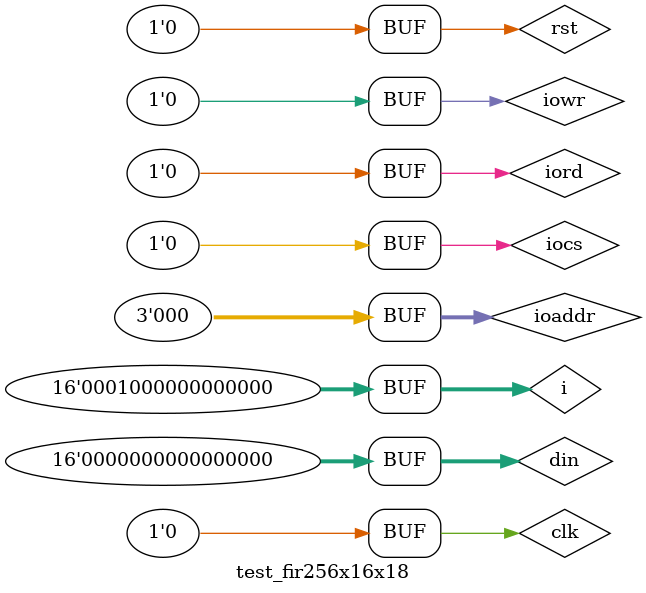
<source format=v>
`timescale 1ns / 1ps

module test_fir256x16x18;

	// Inputs
	reg [2:0] ioaddr;
	reg iocs;
	reg [15:0] din;
	reg iowr;
	reg iord;
	reg clk;
	reg rst;
	reg [15:0] i;

	// Outputs
	wire [15:0] dout;

	// Instantiate the Unit Under Test (UUT)
	fir256x16x18 uut (
		.ioaddr(ioaddr), 
		.iocs(iocs),
		.din(din), 
		.iowr(iowr), 
		.dout(dout), 
		.iord(iord),
		.clk(clk), 
		.rst(rst)
	);

	initial begin
		// Initialize Inputs
		ioaddr = 0;
		iocs = 0;
		din = 0;
		iowr = 0;
		iord = 0;
		clk = 0;
		rst = 0;
		i = 0;

		// Wait 100 ns for global reset to finish
		#100;
        
		// Reset
		#5 clk = 0; rst = 0;
		#5 clk = 1;
		repeat (16)
		begin
			#5 clk = 0; rst = 1;
			#5 clk = 1;
		end
		#5 clk = 0; rst = 0;
		#5 clk = 1;
		//		 15  14  13  12  11  10   9   8   7   6   5   4   3   2   1   0
		//		+---+---+---+---+---+---+---+---+---+---+---+---+---+---+---+---+
		//		|                             Data                              | 0
		//		+---+---+---+---+---+---+---+---+---+---+---+---+---+---+---+---+
		//		|                        LSW Coefficient                        | 1
		//		+---+---+---+---+---+---+---+---+---+---+---+---+---+---+---+---+
		//		|                                                       |  MSB  | 2
		//		+---+---+---+---+---+---+---+---+---+---+---+---+---+---+---+---+
		//		|         Taps/Phase - 1        |           Total Taps          | 3
		//		+---+---+---+---+---+---+---+---+---+---+---+---+---+---+---+---+
		//		|                                       |  Len  |     Base      | 4
		//		+---+---+---+---+---+---+---+---+---+---+---+---+---+---+---+---+
		//		|                           |     Coefficient Base Address      | 5
		//		+---+---+---+---+---+---+---+---+---+---+---+---+---+---+---+---+
		//		|                     Reset Address Counter                     | 6
		//		+---+---+---+---+---+---+---+---+---+---+---+---+---+---+---+---+
		// Set buffer length to 32 and base address to 0
		#5 clk = 0; iocs = 1; iord = 0; iowr = 1; ioaddr = 4; din = 0;
		#5 clk = 1;
		// Set filter length to 16, 16 taps per phase for interpolation by 1
		#5 clk = 0; iocs = 1; iord = 0; iowr = 1; ioaddr = 3; din = 16'h0F10;
		#5 clk = 1;
		// reset address counter
		#5 clk = 0; iocs = 1; iord = 0; iowr = 1; ioaddr = 6; din = 0;
		#5 clk = 1;
		// Load Coefficients
		repeat (16)
		begin
			i = i + 256;
			#5 clk = 0; iocs = 1; iord = 0; iowr = 1; ioaddr = 2; din = 0; // coef 0
			#5 clk = 1;
			#5 clk = 0; iocs = 1; iord = 0; iowr = 1; ioaddr = 1; din <= i;
			#5 clk = 1;
		end
		#5 clk = 0; iocs = 0; iord = 0; iowr = 0; ioaddr = 0; din = 0;
		#5 clk = 1;
		// Test filter
		#5 clk = 0; iocs = 1; iord = 0; iowr = 1; ioaddr = 0; din = 16384; // write data
		#5 clk = 1;
		#5 clk = 0; iocs = 1; iord = 0; iowr = 1; ioaddr = 5; din = 0; // start filer
		#5 clk = 1;
		repeat (19)
		begin
			#5 clk = 0; iocs = 0; iowr = 0; ioaddr = 0; din = 0; // wait
			#5 clk = 1;
		end
		#5 clk = 0; iocs = 1; iord = 1; iowr = 0; ioaddr = 1; // read status
		#5 clk = 1;
		#5 clk = 0; iocs = 1; iord = 0; iowr = 0; ioaddr = 1;
		#5 clk = 1;
		#5 clk = 0; iocs = 1; iord = 1; iowr = 0; ioaddr = 0; // read result
		#5 clk = 1;
		#5 clk = 0; iocs = 1; iord = 0; iowr = 0; ioaddr = 0;
		#5 clk = 1;
		repeat (16)
		begin
			#5 clk = 0; iocs = 1; iord = 0; iowr = 1; ioaddr = 0; din = 0; // write data
			#5 clk = 1;
			#5 clk = 0; iocs = 1; iord = 0; iowr = 1; ioaddr = 5; din = 0; // start filer
			#5 clk = 1;
			repeat (19)
			begin
				#5 clk = 0; iocs = 0; iord = 0; iowr = 0; ioaddr = 0; din = 0; // wait
				#5 clk = 1;
			end
			//		 15  14  13  12  11  10   9   8   7   6   5   4   3   2   1   0
			//		+---+---+---+---+---+---+---+---+---+---+---+---+---+---+---+---+
			//		|                             Data                              | 0
			//		+---+---+---+---+---+---+---+---+---+---+---+---+---+---+---+---+
			//		|OVF|                                               | F | E |RDY| 1
			//		+---+---+---+---+---+---+---+---+---+---+---+---+---+---+---+---+
			#5 clk = 0; iocs = 1; iord = 1; iowr = 0; ioaddr = 1; // read status
			#5 clk = 1;
			#5 clk = 0; iocs = 1; iord = 0; iowr = 0; ioaddr = 1;
			#5 clk = 1;
			#5 clk = 0; iocs = 1; iord = 1; iowr = 0; ioaddr = 0; // read result
			#5 clk = 1;
			#5 clk = 0; iocs = 1; iord = 0; iowr = 0; ioaddr = 0;
			#5 clk = 1;
			#5 clk = 0; iocs = 0; iord = 0; iowr = 0; ioaddr = 0;
			#5 clk = 1;
		end
		
		// Interpolation filter
		i = 0;
		//		 15  14  13  12  11  10   9   8   7   6   5   4   3   2   1   0
		//		+---+---+---+---+---+---+---+---+---+---+---+---+---+---+---+---+
		//		|                             Data                              | 0
		//		+---+---+---+---+---+---+---+---+---+---+---+---+---+---+---+---+
		//		|                        LSW Coefficient                        | 1
		//		+---+---+---+---+---+---+---+---+---+---+---+---+---+---+---+---+
		//		|                                                       |  MSB  | 2
		//		+---+---+---+---+---+---+---+---+---+---+---+---+---+---+---+---+
		//		|         Taps/Phase - 1        |           Total Taps          | 3
		//		+---+---+---+---+---+---+---+---+---+---+---+---+---+---+---+---+
		//		|                                       |  Len  |     Base      | 4
		//		+---+---+---+---+---+---+---+---+---+---+---+---+---+---+---+---+
		//		|                           |     Coefficient Base Address      | 5
		//		+---+---+---+---+---+---+---+---+---+---+---+---+---+---+---+---+
		//		|                     Reset Address Counter                     | 6
		//		+---+---+---+---+---+---+---+---+---+---+---+---+---+---+---+---+
		// Set buffer length to 32 and base address to 0
		#5 clk = 0; iocs = 1; iord = 0; iowr = 1; ioaddr = 4; din = 16'h0000;
		#5 clk = 1;
		// Set filter length to 16, 4 taps per phase for interpolation by 4
		#5 clk = 0; iocs = 1; iord = 0; iowr = 1; ioaddr = 3; din = 16'h0310;
		#5 clk = 1;
		// reset address counter
		#5 clk = 0; iocs = 1; iord = 0; iowr = 1; ioaddr = 6; din = 0;
		#5 clk = 1;
		// Load Coefficients
		repeat (16)
		begin
			i = i + 256;
			#5 clk = 0; iocs = 1; iord = 0; iowr = 1; ioaddr = 2; din = 0; // coef 0
			#5 clk = 1;
			#5 clk = 0; iocs = 1; iord = 0; iowr = 1; ioaddr = 1; din <= i;
			#5 clk = 1;
		end
		#5 clk = 0; iocs = 0; iord = 0; iowr = 0; ioaddr = 0; din = 0;
		#5 clk = 1;
		// Test filter
		#5 clk = 0; iocs = 1; iord = 0; iowr = 1; ioaddr = 0; din = 16384; // write data
		#5 clk = 1;
		#5 clk = 0; iocs = 1; iord = 0; iowr = 1; ioaddr = 5; din = 0; // start filer
		#5 clk = 1;
		repeat (19)
		begin
			#5 clk = 0; iocs = 0; iowr = 0; ioaddr = 0; din = 0; // wait
			#5 clk = 1;
		end
		//		 15  14  13  12  11  10   9   8   7   6   5   4   3   2   1   0
		//		+---+---+---+---+---+---+---+---+---+---+---+---+---+---+---+---+
		//		|                             Data                              | 0
		//		+---+---+---+---+---+---+---+---+---+---+---+---+---+---+---+---+
		//		|OVF|                                               | F | E |RDY| 1
		//		+---+---+---+---+---+---+---+---+---+---+---+---+---+---+---+---+
		#5 clk = 0; iocs = 1; iord = 1; iowr = 0; ioaddr = 1; // read status
		#5 clk = 1;
		#5 clk = 0; iocs = 1; iord = 0; iowr = 0; ioaddr = 1;
		#5 clk = 1;
		#5 clk = 0; iocs = 1; iord = 1; iowr = 0; ioaddr = 0; // read results
		#5 clk = 1;
		#5 clk = 0; iocs = 1; iord = 0; iowr = 0; ioaddr = 0;
		#5 clk = 1;
		#5 clk = 0; iocs = 1; iord = 1; iowr = 0; ioaddr = 0;
		#5 clk = 1;
		#5 clk = 0; iocs = 1; iord = 0; iowr = 0; ioaddr = 0;
		#5 clk = 1;
		#5 clk = 0; iocs = 1; iord = 1; iowr = 0; ioaddr = 0;
		#5 clk = 1;
		#5 clk = 0; iocs = 1; iord = 0; iowr = 0; ioaddr = 0;
		#5 clk = 1;
		#5 clk = 0; iocs = 1; iord = 1; iowr = 0; ioaddr = 0;
		#5 clk = 1;
		#5 clk = 0; iocs = 1; iord = 0; iowr = 0; ioaddr = 0;
		#5 clk = 1;
		repeat (16)
		begin
			#5 clk = 0; iocs = 1; iord = 0; iowr = 1; ioaddr = 0; din = 0; // write data
			#5 clk = 1;
			#5 clk = 0; iocs = 1; iord = 0; iowr = 1; ioaddr = 5; din = 0; // start filer
			#5 clk = 1;
			repeat (19)
			begin
				#5 clk = 0; iocs = 0; iord = 0; iowr = 0; ioaddr = 0; din = 0; // wait
				#5 clk = 1;
			end
			//		 15  14  13  12  11  10   9   8   7   6   5   4   3   2   1   0
			//		+---+---+---+---+---+---+---+---+---+---+---+---+---+---+---+---+
			//		|                             Data                              | 0
			//		+---+---+---+---+---+---+---+---+---+---+---+---+---+---+---+---+
			//		|OVF|                                               | F | E |RDY| 1
			//		+---+---+---+---+---+---+---+---+---+---+---+---+---+---+---+---+
			#5 clk = 0; iocs = 1; iord = 1; iowr = 0; ioaddr = 7; // read status
			#5 clk = 1;
			#5 clk = 0; iocs = 1; iord = 0; iowr = 0; ioaddr = 7;
			#5 clk = 1;
			#5 clk = 0; iocs = 1; iord = 1; iowr = 0; ioaddr = 0; // read results
			#5 clk = 1;
			#5 clk = 0; iocs = 1; iord = 0; iowr = 0; ioaddr = 0;
			#5 clk = 1;
			#5 clk = 0; iocs = 1; iord = 1; iowr = 0; ioaddr = 0;
			#5 clk = 1;
			#5 clk = 0; iocs = 1; iord = 0; iowr = 0; ioaddr = 0;
			#5 clk = 1;
			#5 clk = 0; iocs = 1; iord = 1; iowr = 0; ioaddr = 0;
			#5 clk = 1;
			#5 clk = 0; iocs = 1; iord = 0; iowr = 0; ioaddr = 0;
			#5 clk = 1;
			#5 clk = 0; iocs = 1; iord = 1; iowr = 0; ioaddr = 0;
			#5 clk = 1;
			#5 clk = 0; iocs = 1; iord = 0; iowr = 0; ioaddr = 0;
			#5 clk = 1;
			#5 clk = 0; iocs = 0; iord = 0; iowr = 0; ioaddr = 0;
			#5 clk = 1;
		end
		
		#5 clk = 0;

	end
      
endmodule


</source>
